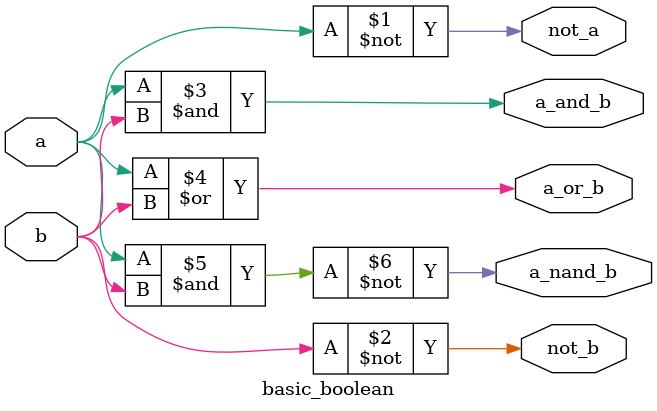
<source format=v>
module basic_boolean(input a, input b, 
    output not_a, output not_b, output a_and_b,
    output a_or_b, output a_nand_b
    );

assign not_a = ~a; // NOT
assign not_b = ~b; // NOT
assign a_and_b = a & b; // AND
assign a_or_b = a | b; // OR
assign a_nand_b = ~(a & b); // NAND

endmodule

</source>
